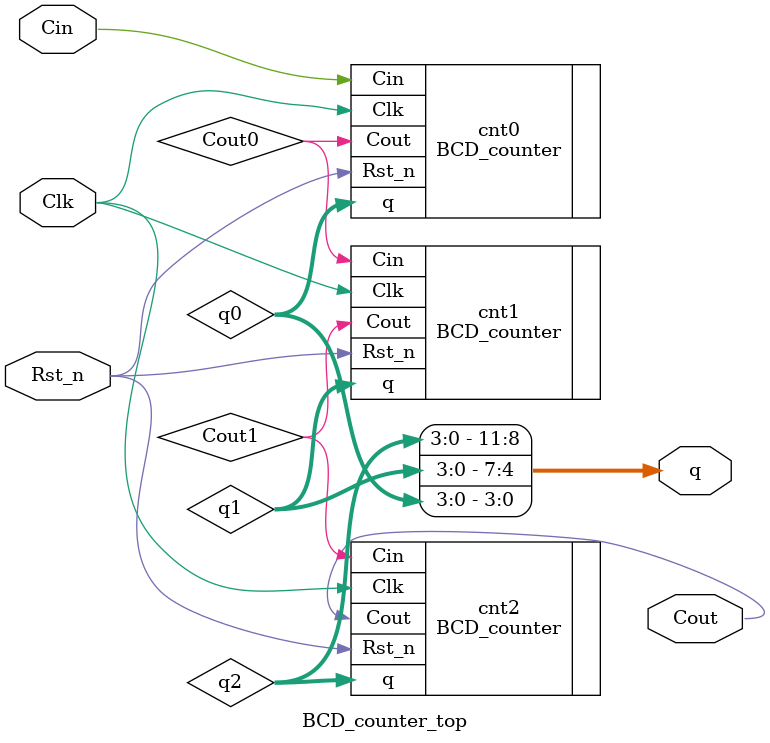
<source format=v>
module BCD_counter_top(Clk, Cin, Rst_n, Cout, q);

	input Clk;		// 计数时钟
	input Cin;		// 进位输入
	input Rst_n;	// 复位
	
	output Cout;	// 进位输出
	output [11:0]q;// 计数输出
	
	wire Cout0;
	wire Cout1;
	
	wire [3:0] q0, q1, q2;
	
	//reg [3:0]cnt;	// 计数寄存器

	assign q = {q2,q1,q0};	// 位拼接
	
	BCD_counter cnt0(
					.Clk(Clk), 
					.Cin(Cin), 
					.Rst_n(Rst_n), 
					.Cout(Cout0), 
					.q(q0)
	);
	
	BCD_counter cnt1(
					.Clk(Clk), 
					.Cin(Cout0), 
					.Rst_n(Rst_n), 
					.Cout(Cout1), 
					.q(q1)
	);
	
	BCD_counter cnt2(
					.Clk(Clk), 
					.Cin(Cout1), 
					.Rst_n(Rst_n), 
					.Cout(Cout), 
					.q(q2)
	);
	
	
endmodule

</source>
